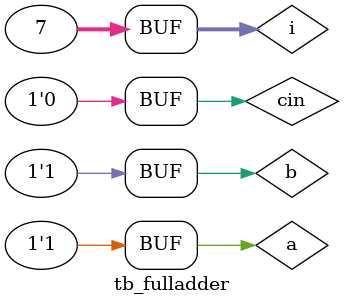
<source format=v>
`timescale 1ns / 1ps


module tb_fulladder();
    reg a, b, cin;
    wire sum, cout;
    integer i;

    fulladder u0(.a(a), .b(b), .cin(cin), .sum(sum), .cout(cout));

    initial begin
        a <= 0;
        b <= 0;
        $monitor("a=%0b, b=%0b, cin=%0b, sum=%0b, cout=%0b", a, b, cin, sum, cout);

        for (i = 0; i < 7; i = i + 1) begin
            {a, b, cin} = i;
            #10;
        end    
    end
endmodule

</source>
